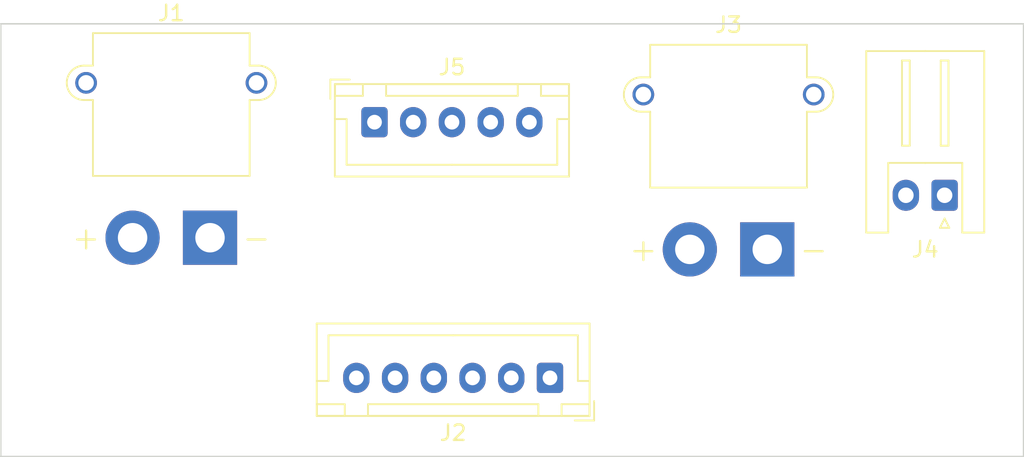
<source format=kicad_pcb>
(kicad_pcb (version 20221018) (generator pcbnew)
  (layers (0 "F.Cu" signal) (31 "B.Cu" signal) (34 "B.Paste" user) (35 "F.Paste" user) (36 "B.SilkS" user "B.Silkscreen") (37 "F.SilkS" user "F.Silkscreen") (38 "B.Mask" user) (39 "F.Mask" user) (44 "Edge.Cuts" user))
  (net 0 "")
  (net 1 "5V")
  (net 2 "GND")
  (net 3 "UART3_TX")
  (net 4 "UART3_RX")
  (net 5 "+3V3")
  (net 6 "3V3_LED")
  (net 7 "Motor_SIG")
  (net 8 "Battery_obs")
  (footprint "Connector_AMASS:AMASS_XT30PW-M_1x02_P2.50mm_Horizontal" (layer "F.Cu") (at 73.2 73.5)
    (fp_text reference "J1" (at -2.5 -14.5) (layer "F.SilkS"))
    (fp_text value "5V PWR")
    (fp_text user "+" (at -8 0) (layer "F.SilkS") (effects (font (size 1.5 1.5))))
    (fp_text user "-" (at 3 0) (layer "F.SilkS") (effects (font (size 1.5 1.5))))
    (fp_line (start -8.15 -11.11) (end -7.56 -11.11) (stroke (width 0.12)) (layer "F.SilkS"))
    (fp_line (start -8.15 -8.89) (end -7.56 -8.89) (stroke (width 0.12)) (layer "F.SilkS"))
    (fp_line (start -7.56 -13.21) (end -7.56 -11.11) (stroke (width 0.12)) (layer "F.SilkS"))
    (fp_line (start -7.56 -13.21) (end 2.56 -13.21) (stroke (width 0.12)) (layer "F.SilkS"))
    (fp_line (start -7.56 -8.89) (end -7.56 -3.99) (stroke (width 0.12)) (layer "F.SilkS"))
    (fp_line (start -7.56 -3.99) (end 2.56 -3.99) (stroke (width 0.12)) (layer "F.SilkS"))
    (fp_line (start 2.56 -13.21) (end 2.56 -11.11) (stroke (width 0.12)) (layer "F.SilkS"))
    (fp_line (start 2.56 -11.11) (end 3.15 -11.11) (stroke (width 0.12)) (layer "F.SilkS"))
    (fp_line (start 2.56 -8.89) (end 2.56 -3.99) (stroke (width 0.12)) (layer "F.SilkS"))
    (fp_line (start 2.56 -8.89) (end 3.15 -8.89) (stroke (width 0.12)) (layer "F.SilkS"))
    (fp_arc (start -8.15 -8.89) (mid -9.26 -10) (end -8.15 -11.11) (stroke (width 0.12)) (layer "F.SilkS"))
    (fp_arc (start 3.15 -11.11) (mid 4.26 -10) (end 3.15 -8.89) (stroke (width 0.12)) (layer "F.SilkS"))
    (pad "" thru_hole circle (at -8 -10) (size 1.4 1.4) (drill 1) (layers "*.Cu" "*.Mask"))
    (pad "" thru_hole circle (at 3 -10) (size 1.4 1.4) (drill 1) (layers "*.Cu" "*.Mask"))
    (pad "1" thru_hole rect (at 0 0) (size 3.5 3.5) (drill 1.9) (layers "*.Cu" "*.Mask") (net 2 "GND"))
    (pad "2" thru_hole circle (at -5 0) (size 3.5 3.5) (drill 1.9) (layers "*.Cu" "*.Mask") (net 1 "5V"))
  )
  (footprint "Connector_JST:JST_XH_B5B-XH-A_1x05_P2.50mm_Vertical" (layer "F.Cu") (at 83.82 66.04)
    (fp_text reference "J5" (at 5 -3.55) (layer "F.SilkS"))
    (fp_text value "Conn_01x05")
    (fp_line (start -2.85 -2.75) (end -2.85 -1.5) (stroke (width 0.12)) (layer "F.SilkS"))
    (fp_line (start -2.56 -2.46) (end -2.56 3.51) (stroke (width 0.12)) (layer "F.SilkS"))
    (fp_line (start -2.56 3.51) (end 12.56 3.51) (stroke (width 0.12)) (layer "F.SilkS"))
    (fp_line (start -2.55 -2.45) (end -2.55 -1.7) (stroke (width 0.12)) (layer "F.SilkS"))
    (fp_line (start -2.55 -1.7) (end -0.75 -1.7) (stroke (width 0.12)) (layer "F.SilkS"))
    (fp_line (start -2.55 -0.2) (end -1.8 -0.2) (stroke (width 0.12)) (layer "F.SilkS"))
    (fp_line (start -1.8 -0.2) (end -1.8 2.75) (stroke (width 0.12)) (layer "F.SilkS"))
    (fp_line (start -1.8 2.75) (end 5 2.75) (stroke (width 0.12)) (layer "F.SilkS"))
    (fp_line (start -1.6 -2.75) (end -2.85 -2.75) (stroke (width 0.12)) (layer "F.SilkS"))
    (fp_line (start -0.75 -2.45) (end -2.55 -2.45) (stroke (width 0.12)) (layer "F.SilkS"))
    (fp_line (start -0.75 -1.7) (end -0.75 -2.45) (stroke (width 0.12)) (layer "F.SilkS"))
    (fp_line (start 0.75 -2.45) (end 0.75 -1.7) (stroke (width 0.12)) (layer "F.SilkS"))
    (fp_line (start 0.75 -1.7) (end 9.25 -1.7) (stroke (width 0.12)) (layer "F.SilkS"))
    (fp_line (start 9.25 -2.45) (end 0.75 -2.45) (stroke (width 0.12)) (layer "F.SilkS"))
    (fp_line (start 9.25 -1.7) (end 9.25 -2.45) (stroke (width 0.12)) (layer "F.SilkS"))
    (fp_line (start 10.75 -2.45) (end 10.75 -1.7) (stroke (width 0.12)) (layer "F.SilkS"))
    (fp_line (start 10.75 -1.7) (end 12.55 -1.7) (stroke (width 0.12)) (layer "F.SilkS"))
    (fp_line (start 11.8 -0.2) (end 11.8 2.75) (stroke (width 0.12)) (layer "F.SilkS"))
    (fp_line (start 11.8 2.75) (end 5 2.75) (stroke (width 0.12)) (layer "F.SilkS"))
    (fp_line (start 12.55 -2.45) (end 10.75 -2.45) (stroke (width 0.12)) (layer "F.SilkS"))
    (fp_line (start 12.55 -1.7) (end 12.55 -2.45) (stroke (width 0.12)) (layer "F.SilkS"))
    (fp_line (start 12.55 -0.2) (end 11.8 -0.2) (stroke (width 0.12)) (layer "F.SilkS"))
    (fp_line (start 12.56 -2.46) (end -2.56 -2.46) (stroke (width 0.12)) (layer "F.SilkS"))
    (fp_line (start 12.56 3.51) (end 12.56 -2.46) (stroke (width 0.12)) (layer "F.SilkS"))
    (pad "1" thru_hole roundrect (at 0 0) (size 1.7 1.95) (drill 0.95) (layers "*.Cu" "*.Mask") (roundrect_rratio 0.147059) (net 3 "UART3_TX"))
    (pad "2" thru_hole oval (at 2.5 0) (size 1.7 1.95) (drill 0.95) (layers "*.Cu" "*.Mask") (net 4 "UART3_RX"))
    (pad "3" thru_hole oval (at 5 0) (size 1.7 1.95) (drill 0.95) (layers "*.Cu" "*.Mask") (net 6 "3V3_LED"))
    (pad "4" thru_hole oval (at 7.5 0) (size 1.7 1.95) (drill 0.95) (layers "*.Cu" "*.Mask") (net 7 "Motor_SIG"))
    (pad "5" thru_hole oval (at 10 0) (size 1.7 1.95) (drill 0.95) (layers "*.Cu" "*.Mask") (net 8 "Battery_obs"))
  )
  (footprint "Connector_JST:JST_XH_B6B-XH-A_1x06_P2.50mm_Vertical" (layer "F.Cu") (at 95.15 82.55 180)
    (fp_text reference "J2" (at 6.25 -3.55) (layer "F.SilkS"))
    (fp_text value "ToLINE")
    (fp_line (start -2.85 -2.75) (end -2.85 -1.5) (stroke (width 0.12)) (layer "F.SilkS"))
    (fp_line (start -2.56 -2.46) (end -2.56 3.51) (stroke (width 0.12)) (layer "F.SilkS"))
    (fp_line (start -2.56 3.51) (end 15.06 3.51) (stroke (width 0.12)) (layer "F.SilkS"))
    (fp_line (start -2.55 -2.45) (end -2.55 -1.7) (stroke (width 0.12)) (layer "F.SilkS"))
    (fp_line (start -2.55 -1.7) (end -0.75 -1.7) (stroke (width 0.12)) (layer "F.SilkS"))
    (fp_line (start -2.55 -0.2) (end -1.8 -0.2) (stroke (width 0.12)) (layer "F.SilkS"))
    (fp_line (start -1.8 -0.2) (end -1.8 2.75) (stroke (width 0.12)) (layer "F.SilkS"))
    (fp_line (start -1.8 2.75) (end 6.25 2.75) (stroke (width 0.12)) (layer "F.SilkS"))
    (fp_line (start -1.6 -2.75) (end -2.85 -2.75) (stroke (width 0.12)) (layer "F.SilkS"))
    (fp_line (start -0.75 -2.45) (end -2.55 -2.45) (stroke (width 0.12)) (layer "F.SilkS"))
    (fp_line (start -0.75 -1.7) (end -0.75 -2.45) (stroke (width 0.12)) (layer "F.SilkS"))
    (fp_line (start 0.75 -2.45) (end 0.75 -1.7) (stroke (width 0.12)) (layer "F.SilkS"))
    (fp_line (start 0.75 -1.7) (end 11.75 -1.7) (stroke (width 0.12)) (layer "F.SilkS"))
    (fp_line (start 11.75 -2.45) (end 0.75 -2.45) (stroke (width 0.12)) (layer "F.SilkS"))
    (fp_line (start 11.75 -1.7) (end 11.75 -2.45) (stroke (width 0.12)) (layer "F.SilkS"))
    (fp_line (start 13.25 -2.45) (end 13.25 -1.7) (stroke (width 0.12)) (layer "F.SilkS"))
    (fp_line (start 13.25 -1.7) (end 15.05 -1.7) (stroke (width 0.12)) (layer "F.SilkS"))
    (fp_line (start 14.3 -0.2) (end 14.3 2.75) (stroke (width 0.12)) (layer "F.SilkS"))
    (fp_line (start 14.3 2.75) (end 6.25 2.75) (stroke (width 0.12)) (layer "F.SilkS"))
    (fp_line (start 15.05 -2.45) (end 13.25 -2.45) (stroke (width 0.12)) (layer "F.SilkS"))
    (fp_line (start 15.05 -1.7) (end 15.05 -2.45) (stroke (width 0.12)) (layer "F.SilkS"))
    (fp_line (start 15.05 -0.2) (end 14.3 -0.2) (stroke (width 0.12)) (layer "F.SilkS"))
    (fp_line (start 15.06 -2.46) (end -2.56 -2.46) (stroke (width 0.12)) (layer "F.SilkS"))
    (fp_line (start 15.06 3.51) (end 15.06 -2.46) (stroke (width 0.12)) (layer "F.SilkS"))
    (pad "1" thru_hole roundrect (at 0 0 180) (size 1.7 1.95) (drill 0.95) (layers "*.Cu" "*.Mask") (roundrect_rratio 0.147059) (net 3 "UART3_TX"))
    (pad "2" thru_hole oval (at 2.5 0 180) (size 1.7 1.95) (drill 0.95) (layers "*.Cu" "*.Mask") (net 4 "UART3_RX"))
    (pad "3" thru_hole oval (at 5 0 180) (size 1.7 1.95) (drill 0.95) (layers "*.Cu" "*.Mask") (net 2 "GND"))
    (pad "4" thru_hole oval (at 7.5 0 180) (size 1.7 1.95) (drill 0.95) (layers "*.Cu" "*.Mask") (net 5 "+3V3"))
    (pad "5" thru_hole oval (at 10 0 180) (size 1.7 1.95) (drill 0.95) (layers "*.Cu" "*.Mask") (net 6 "3V3_LED"))
    (pad "6" thru_hole oval (at 12.5 0 180) (size 1.7 1.95) (drill 0.95) (layers "*.Cu" "*.Mask") (net 1 "5V"))
  )
  (footprint "Connector_AMASS:AMASS_XT30PW-M_1x02_P2.50mm_Horizontal" (layer "F.Cu") (at 109.18 74.255)
    (fp_text reference "J3" (at -2.5 -14.5) (layer "F.SilkS"))
    (fp_text value "3V3 PWR")
    (fp_text user "-" (at 3 0) (layer "F.SilkS") (effects (font (size 1.5 1.5))))
    (fp_text user "+" (at -8 0) (layer "F.SilkS") (effects (font (size 1.5 1.5))))
    (fp_line (start -8.15 -11.11) (end -7.56 -11.11) (stroke (width 0.12)) (layer "F.SilkS"))
    (fp_line (start -8.15 -8.89) (end -7.56 -8.89) (stroke (width 0.12)) (layer "F.SilkS"))
    (fp_line (start -7.56 -13.21) (end -7.56 -11.11) (stroke (width 0.12)) (layer "F.SilkS"))
    (fp_line (start -7.56 -13.21) (end 2.56 -13.21) (stroke (width 0.12)) (layer "F.SilkS"))
    (fp_line (start -7.56 -8.89) (end -7.56 -3.99) (stroke (width 0.12)) (layer "F.SilkS"))
    (fp_line (start -7.56 -3.99) (end 2.56 -3.99) (stroke (width 0.12)) (layer "F.SilkS"))
    (fp_line (start 2.56 -13.21) (end 2.56 -11.11) (stroke (width 0.12)) (layer "F.SilkS"))
    (fp_line (start 2.56 -11.11) (end 3.15 -11.11) (stroke (width 0.12)) (layer "F.SilkS"))
    (fp_line (start 2.56 -8.89) (end 2.56 -3.99) (stroke (width 0.12)) (layer "F.SilkS"))
    (fp_line (start 2.56 -8.89) (end 3.15 -8.89) (stroke (width 0.12)) (layer "F.SilkS"))
    (fp_arc (start -8.15 -8.89) (mid -9.26 -10) (end -8.15 -11.11) (stroke (width 0.12)) (layer "F.SilkS"))
    (fp_arc (start 3.15 -11.11) (mid 4.26 -10) (end 3.15 -8.89) (stroke (width 0.12)) (layer "F.SilkS"))
    (pad "" thru_hole circle (at -8 -10) (size 1.4 1.4) (drill 1) (layers "*.Cu" "*.Mask"))
    (pad "" thru_hole circle (at 3 -10) (size 1.4 1.4) (drill 1) (layers "*.Cu" "*.Mask"))
    (pad "1" thru_hole rect (at 0 0) (size 3.5 3.5) (drill 1.9) (layers "*.Cu" "*.Mask") (net 2 "GND"))
    (pad "2" thru_hole circle (at -5 0) (size 3.5 3.5) (drill 1.9) (layers "*.Cu" "*.Mask") (net 6 "3V3_LED"))
  )
  (footprint "Connector_JST:JST_XH_S2B-XH-A_1x02_P2.50mm_Horizontal" (layer "F.Cu") (at 120.63 70.76 180)
    (fp_text reference "J4" (at 1.25 -3.5) (layer "F.SilkS"))
    (fp_text value "Conn_01x02")
    (fp_line (start -2.56 -2.41) (end -1.14 -2.41) (stroke (width 0.12)) (layer "F.SilkS"))
    (fp_line (start -2.56 9.31) (end -2.56 -2.41) (stroke (width 0.12)) (layer "F.SilkS"))
    (fp_line (start -1.14 -2.41) (end -1.14 2.09) (stroke (width 0.12)) (layer "F.SilkS"))
    (fp_line (start -1.14 2.09) (end 1.25 2.09) (stroke (width 0.12)) (layer "F.SilkS"))
    (fp_line (start -0.3 -2.1) (end 0.3 -2.1) (stroke (width 0.12)) (layer "F.SilkS"))
    (fp_line (start -0.25 3.2) (end -0.25 8.7) (stroke (width 0.12)) (layer "F.SilkS"))
    (fp_line (start -0.25 8.7) (end 0.25 8.7) (stroke (width 0.12)) (layer "F.SilkS"))
    (fp_line (start 0 -1.5) (end -0.3 -2.1) (stroke (width 0.12)) (layer "F.SilkS"))
    (fp_line (start 0.25 3.2) (end -0.25 3.2) (stroke (width 0.12)) (layer "F.SilkS"))
    (fp_line (start 0.25 8.7) (end 0.25 3.2) (stroke (width 0.12)) (layer "F.SilkS"))
    (fp_line (start 0.3 -2.1) (end 0 -1.5) (stroke (width 0.12)) (layer "F.SilkS"))
    (fp_line (start 1.25 9.31) (end -2.56 9.31) (stroke (width 0.12)) (layer "F.SilkS"))
    (fp_line (start 1.25 9.31) (end 5.06 9.31) (stroke (width 0.12)) (layer "F.SilkS"))
    (fp_line (start 2.25 3.2) (end 2.25 8.7) (stroke (width 0.12)) (layer "F.SilkS"))
    (fp_line (start 2.25 8.7) (end 2.75 8.7) (stroke (width 0.12)) (layer "F.SilkS"))
    (fp_line (start 2.75 3.2) (end 2.25 3.2) (stroke (width 0.12)) (layer "F.SilkS"))
    (fp_line (start 2.75 8.7) (end 2.75 3.2) (stroke (width 0.12)) (layer "F.SilkS"))
    (fp_line (start 3.64 -2.41) (end 3.64 2.09) (stroke (width 0.12)) (layer "F.SilkS"))
    (fp_line (start 3.64 2.09) (end 1.25 2.09) (stroke (width 0.12)) (layer "F.SilkS"))
    (fp_line (start 5.06 -2.41) (end 3.64 -2.41) (stroke (width 0.12)) (layer "F.SilkS"))
    (fp_line (start 5.06 9.31) (end 5.06 -2.41) (stroke (width 0.12)) (layer "F.SilkS"))
    (pad "1" thru_hole roundrect (at 0 0 180) (size 1.7 2) (drill 1) (layers "*.Cu" "*.Mask") (roundrect_rratio 0.147059) (net 7 "Motor_SIG"))
    (pad "2" thru_hole oval (at 2.5 0 180) (size 1.7 2) (drill 1) (layers "*.Cu" "*.Mask") (net 8 "Battery_obs"))
  )
  (gr_rect (start 59.69 59.69) (end 125.73 87.63) (stroke (width 0.1)) (fill none) (layer "Edge.Cuts"))
)
</source>
